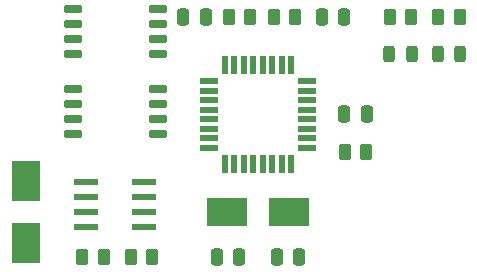
<source format=gtp>
%TF.GenerationSoftware,KiCad,Pcbnew,8.0.7*%
%TF.CreationDate,2025-02-10T19:55:19+01:00*%
%TF.ProjectId,0004-MCU-Datalogger,30303034-2d4d-4435-952d-446174616c6f,1*%
%TF.SameCoordinates,Original*%
%TF.FileFunction,Paste,Top*%
%TF.FilePolarity,Positive*%
%FSLAX46Y46*%
G04 Gerber Fmt 4.6, Leading zero omitted, Abs format (unit mm)*
G04 Created by KiCad (PCBNEW 8.0.7) date 2025-02-10 19:55:19*
%MOMM*%
%LPD*%
G01*
G04 APERTURE LIST*
G04 Aperture macros list*
%AMRoundRect*
0 Rectangle with rounded corners*
0 $1 Rounding radius*
0 $2 $3 $4 $5 $6 $7 $8 $9 X,Y pos of 4 corners*
0 Add a 4 corners polygon primitive as box body*
4,1,4,$2,$3,$4,$5,$6,$7,$8,$9,$2,$3,0*
0 Add four circle primitives for the rounded corners*
1,1,$1+$1,$2,$3*
1,1,$1+$1,$4,$5*
1,1,$1+$1,$6,$7*
1,1,$1+$1,$8,$9*
0 Add four rect primitives between the rounded corners*
20,1,$1+$1,$2,$3,$4,$5,0*
20,1,$1+$1,$4,$5,$6,$7,0*
20,1,$1+$1,$6,$7,$8,$9,0*
20,1,$1+$1,$8,$9,$2,$3,0*%
G04 Aperture macros list end*
%ADD10RoundRect,0.250000X0.262500X0.450000X-0.262500X0.450000X-0.262500X-0.450000X0.262500X-0.450000X0*%
%ADD11RoundRect,0.073750X-0.911250X-0.221250X0.911250X-0.221250X0.911250X0.221250X-0.911250X0.221250X0*%
%ADD12RoundRect,0.250000X-0.262500X-0.450000X0.262500X-0.450000X0.262500X0.450000X-0.262500X0.450000X0*%
%ADD13RoundRect,0.150000X-0.650000X-0.150000X0.650000X-0.150000X0.650000X0.150000X-0.650000X0.150000X0*%
%ADD14R,3.500000X2.400000*%
%ADD15R,2.400000X3.500000*%
%ADD16RoundRect,0.243750X-0.243750X-0.456250X0.243750X-0.456250X0.243750X0.456250X-0.243750X0.456250X0*%
%ADD17RoundRect,0.068750X-0.666250X-0.206250X0.666250X-0.206250X0.666250X0.206250X-0.666250X0.206250X0*%
%ADD18RoundRect,0.068750X-0.206250X-0.666250X0.206250X-0.666250X0.206250X0.666250X-0.206250X0.666250X0*%
%ADD19RoundRect,0.250000X-0.250000X-0.475000X0.250000X-0.475000X0.250000X0.475000X-0.250000X0.475000X0*%
%ADD20RoundRect,0.243750X0.243750X0.456250X-0.243750X0.456250X-0.243750X-0.456250X0.243750X-0.456250X0*%
%ADD21RoundRect,0.250000X0.250000X0.475000X-0.250000X0.475000X-0.250000X-0.475000X0.250000X-0.475000X0*%
G04 APERTURE END LIST*
D10*
%TO.C,R7*%
X161210000Y-61595000D03*
X159385000Y-61595000D03*
%TD*%
D11*
%TO.C,U3*%
X129540000Y-75565000D03*
X129540000Y-76835000D03*
X129540000Y-78105000D03*
X129540000Y-79375000D03*
X134490000Y-79375000D03*
X134490000Y-78105000D03*
X134490000Y-76835000D03*
X134490000Y-75565000D03*
%TD*%
D12*
%TO.C,R2*%
X141660000Y-61595000D03*
X143485000Y-61595000D03*
%TD*%
D13*
%TO.C,U1*%
X128480000Y-60960000D03*
X128480000Y-62230000D03*
X128480000Y-63500000D03*
X128480000Y-64770000D03*
X135680000Y-64770000D03*
X135680000Y-63500000D03*
X135680000Y-62230000D03*
X135680000Y-60960000D03*
%TD*%
D10*
%TO.C,R3*%
X153312500Y-73025000D03*
X151487500Y-73025000D03*
%TD*%
D14*
%TO.C,Y1*%
X141545000Y-78105000D03*
X146745000Y-78105000D03*
%TD*%
D15*
%TO.C,Y2*%
X124460000Y-80705000D03*
X124460000Y-75505000D03*
%TD*%
D16*
%TO.C,D2*%
X159385000Y-64770000D03*
X161260000Y-64770000D03*
%TD*%
D13*
%TO.C,U2*%
X128480000Y-67730000D03*
X128480000Y-69000000D03*
X128480000Y-70270000D03*
X128480000Y-71540000D03*
X135680000Y-71540000D03*
X135680000Y-70270000D03*
X135680000Y-69000000D03*
X135680000Y-67730000D03*
%TD*%
D10*
%TO.C,R4*%
X147295000Y-61595000D03*
X145470000Y-61595000D03*
%TD*%
%TO.C,R6*%
X131087500Y-81915000D03*
X129262500Y-81915000D03*
%TD*%
D12*
%TO.C,R5*%
X133350000Y-81915000D03*
X135175000Y-81915000D03*
%TD*%
D17*
%TO.C,U4*%
X139975000Y-67050000D03*
X139975000Y-67850000D03*
X139975000Y-68650000D03*
X139975000Y-69450000D03*
X139975000Y-70250000D03*
X139975000Y-71050000D03*
X139975000Y-71850000D03*
X139975000Y-72650000D03*
D18*
X141345000Y-74020000D03*
X142145000Y-74020000D03*
X142945000Y-74020000D03*
X143745000Y-74020000D03*
X144545000Y-74020000D03*
X145345000Y-74020000D03*
X146145000Y-74020000D03*
X146945000Y-74020000D03*
D17*
X148315000Y-72650000D03*
X148315000Y-71850000D03*
X148315000Y-71050000D03*
X148315000Y-70250000D03*
X148315000Y-69450000D03*
X148315000Y-68650000D03*
X148315000Y-67850000D03*
X148315000Y-67050000D03*
D18*
X146945000Y-65680000D03*
X146145000Y-65680000D03*
X145345000Y-65680000D03*
X144545000Y-65680000D03*
X143745000Y-65680000D03*
X142945000Y-65680000D03*
X142145000Y-65680000D03*
X141345000Y-65680000D03*
%TD*%
D19*
%TO.C,C2*%
X145735000Y-81915000D03*
X147635000Y-81915000D03*
%TD*%
D20*
%TO.C,D1*%
X157147500Y-64770000D03*
X155272500Y-64770000D03*
%TD*%
D10*
%TO.C,R1*%
X157122500Y-61595000D03*
X155297500Y-61595000D03*
%TD*%
D21*
%TO.C,C4*%
X139712500Y-61595000D03*
X137812500Y-61595000D03*
%TD*%
%TO.C,C5*%
X151445000Y-61595000D03*
X149545000Y-61595000D03*
%TD*%
%TO.C,C3*%
X153350000Y-69850000D03*
X151450000Y-69850000D03*
%TD*%
%TO.C,C1*%
X142555000Y-81915000D03*
X140655000Y-81915000D03*
%TD*%
M02*

</source>
